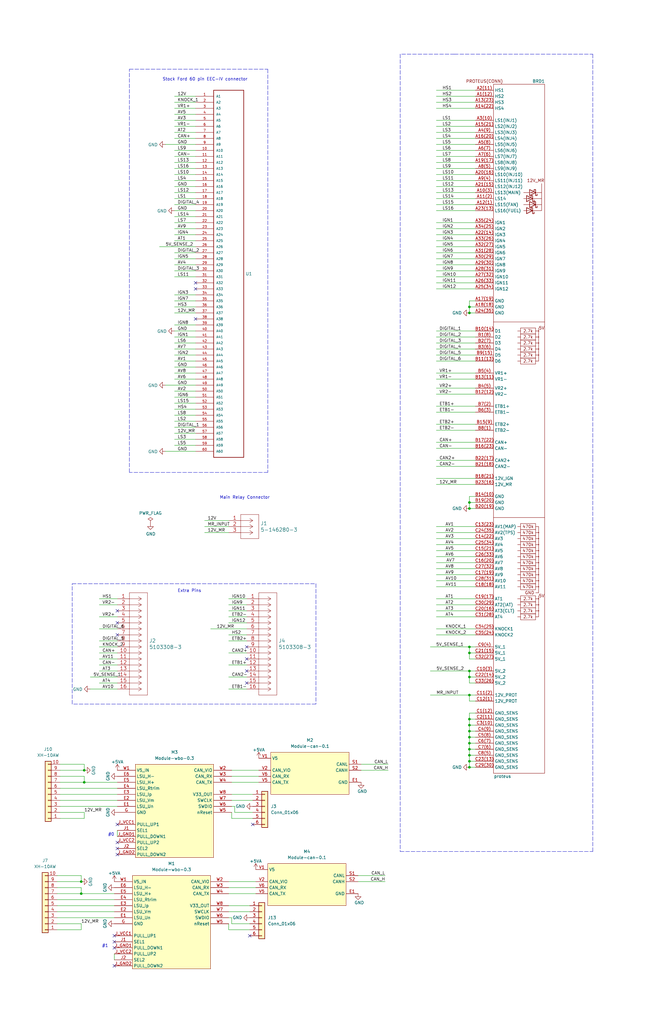
<source format=kicad_sch>
(kicad_sch (version 20211123) (generator eeschema)
  (paper "B" portrait)
  (title_block (title "Breakout_60pin_EEC-IV") (date "2020-06-01") (rev "R0.1") (company "rusEFI.com") (comment 1 "DAECU"))
  (lib_symbols
    (symbol "2021-01-05_17-15-10:5103308-3" (pin_names (offset 0.254) hide)
      (property "Reference" "J" (at 8.89 6.35 0))
      (property "Value" "2021-01-05_17-15-10_5103308-3" (at 10.16 -20.32 0))
      (symbol "5103308-3_1_1"
        (pin bidirectional line (at 0 0 0) (length 5.08) (name "1") (number "1"))
        (pin bidirectional line (at 0 -22.86 0) (length 5.08) (name "10") (number "10"))
        (pin bidirectional line (at 0 -25.4 0) (length 5.08) (name "11") (number "11"))
        (pin bidirectional line (at 0 -27.94 0) (length 5.08) (name "12") (number "12"))
        (pin bidirectional line (at 0 -30.48 0) (length 5.08) (name "13") (number "13"))
        (pin bidirectional line (at 0 -33.02 0) (length 5.08) (name "14") (number "14"))
        (pin bidirectional line (at 0 -35.56 0) (length 5.08) (name "15") (number "15"))
        (pin bidirectional line (at 0 -38.1 0) (length 5.08) (name "16") (number "16"))
        (pin bidirectional line (at 0 -2.54 0) (length 5.08) (name "2") (number "2"))
        (pin bidirectional line (at 0 -5.08 0) (length 5.08) (name "3") (number "3"))
        (pin bidirectional line (at 0 -7.62 0) (length 5.08) (name "4") (number "4"))
        (pin bidirectional line (at 0 -10.16 0) (length 5.08) (name "5") (number "5"))
        (pin bidirectional line (at 0 -12.7 0) (length 5.08) (name "6") (number "6"))
        (pin bidirectional line (at 0 -15.24 0) (length 5.08) (name "7") (number "7"))
        (pin bidirectional line (at 0 -17.78 0) (length 5.08) (name "8") (number "8"))
        (pin bidirectional line (at 0 -20.32 0) (length 5.08) (name "9") (number "9"))
      )
    )
    (symbol "5-146280-3:5-146280-3" (pin_names (offset 0.254) hide)
      (property "Reference" "J" (at 8.89 6.35 0))
      (property "Value" "5-146280-3_5-146280-3" (at 10.16 -2.54 0))
      (symbol "5-146280-3_1_1"
        (pin unspecified line (at 0 0 0) (length 5.08) (name "1") (number "1"))
        (pin unspecified line (at 0 -2.54 0) (length 5.08) (name "2") (number "2"))
        (pin unspecified line (at 0 -5.08 0) (length 5.08) (name "3") (number "3"))
      )
    )
    (symbol "Connector_Generic:Conn_01x06" (pin_names (offset 1.016) hide)
      (property "Reference" "J" (at 0 7.62 0))
      (property "Value" "Conn_01x06" (at 0 -10.16 0))
      (symbol "Conn_01x06_1_1"
        (pin passive line (at -5.08 5.08 0) (length 3.81) (name "Pin_1") (number "1"))
        (pin passive line (at -5.08 2.54 0) (length 3.81) (name "Pin_2") (number "2"))
        (pin passive line (at -5.08 0 0) (length 3.81) (name "Pin_3") (number "3"))
        (pin passive line (at -5.08 -2.54 0) (length 3.81) (name "Pin_4") (number "4"))
        (pin passive line (at -5.08 -5.08 0) (length 3.81) (name "Pin_5") (number "5"))
        (pin passive line (at -5.08 -7.62 0) (length 3.81) (name "Pin_6") (number "6"))
      )
    )
    (symbol "Connector_Generic:Conn_01x10" (pin_names (offset 1.016) hide)
      (property "Reference" "J" (at 0 12.7 0))
      (property "Value" "Conn_01x10" (at 0 -15.24 0))
      (symbol "Conn_01x10_1_1"
        (pin passive line (at -5.08 10.16 0) (length 3.81) (name "Pin_1") (number "1"))
        (pin passive line (at -5.08 -12.7 0) (length 3.81) (name "Pin_10") (number "10"))
        (pin passive line (at -5.08 7.62 0) (length 3.81) (name "Pin_2") (number "2"))
        (pin passive line (at -5.08 5.08 0) (length 3.81) (name "Pin_3") (number "3"))
        (pin passive line (at -5.08 2.54 0) (length 3.81) (name "Pin_4") (number "4"))
        (pin passive line (at -5.08 0 0) (length 3.81) (name "Pin_5") (number "5"))
        (pin passive line (at -5.08 -2.54 0) (length 3.81) (name "Pin_6") (number "6"))
        (pin passive line (at -5.08 -5.08 0) (length 3.81) (name "Pin_7") (number "7"))
        (pin passive line (at -5.08 -7.62 0) (length 3.81) (name "Pin_8") (number "8"))
        (pin passive line (at -5.08 -10.16 0) (length 3.81) (name "Pin_9") (number "9"))
      )
    )
    (symbol "FORD60PIN:FORD60PIN" (pin_names (offset 1.016))
      (property "Reference" "U" (at 7.62 66.294 0))
      (symbol "FORD60PIN_0_0"
        (pin bidirectional line (at 0 63.5 0) (length 7.62) (name "A1") (number "1"))
        (pin bidirectional line (at 0 40.64 0) (length 7.62) (name "A10") (number "10"))
        (pin bidirectional line (at 0 38.1 0) (length 7.62) (name "A11") (number "11"))
        (pin bidirectional line (at 0 35.56 0) (length 7.62) (name "A12") (number "12"))
        (pin bidirectional line (at 0 33.02 0) (length 7.62) (name "A13") (number "13"))
        (pin bidirectional line (at 0 30.48 0) (length 7.62) (name "A14") (number "14"))
        (pin bidirectional line (at 0 27.94 0) (length 7.62) (name "A15") (number "15"))
        (pin bidirectional line (at 0 25.4 0) (length 7.62) (name "A16") (number "16"))
        (pin bidirectional line (at 0 22.86 0) (length 7.62) (name "A17") (number "17"))
        (pin bidirectional line (at 0 20.32 0) (length 7.62) (name "A18") (number "18"))
        (pin bidirectional line (at 0 17.78 0) (length 7.62) (name "A19") (number "19"))
        (pin bidirectional line (at 0 60.96 0) (length 7.62) (name "A2") (number "2"))
        (pin bidirectional line (at 0 15.24 0) (length 7.62) (name "A20") (number "20"))
        (pin bidirectional line (at 0 12.7 0) (length 7.62) (name "A21") (number "21"))
        (pin bidirectional line (at 0 10.16 0) (length 7.62) (name "A22") (number "22"))
        (pin bidirectional line (at 0 7.62 0) (length 7.62) (name "A23") (number "23"))
        (pin bidirectional line (at 0 5.08 0) (length 7.62) (name "A24") (number "24"))
        (pin bidirectional line (at 0 2.54 0) (length 7.62) (name "A25") (number "25"))
        (pin bidirectional line (at 0 0 0) (length 7.62) (name "A26") (number "26"))
        (pin bidirectional line (at 0 -2.54 0) (length 7.62) (name "A27") (number "27"))
        (pin bidirectional line (at 0 -5.08 0) (length 7.62) (name "A28") (number "28"))
        (pin bidirectional line (at 0 -7.62 0) (length 7.62) (name "A29") (number "29"))
        (pin bidirectional line (at 0 58.42 0) (length 7.62) (name "A3") (number "3"))
        (pin bidirectional line (at 0 -10.16 0) (length 7.62) (name "A30") (number "30"))
        (pin bidirectional line (at 0 -12.7 0) (length 7.62) (name "A31") (number "31"))
        (pin bidirectional line (at 0 -15.24 0) (length 7.62) (name "A32") (number "32"))
        (pin bidirectional line (at 0 -17.78 0) (length 7.62) (name "A33") (number "33"))
        (pin bidirectional line (at 0 -20.32 0) (length 7.62) (name "A34") (number "34"))
        (pin bidirectional line (at 0 -22.86 0) (length 7.62) (name "A35") (number "35"))
        (pin bidirectional line (at 0 -25.4 0) (length 7.62) (name "A36") (number "36"))
        (pin bidirectional line (at 0 -27.94 0) (length 7.62) (name "A37") (number "37"))
        (pin bidirectional line (at 0 -30.48 0) (length 7.62) (name "A38") (number "38"))
        (pin bidirectional line (at 0 -33.02 0) (length 7.62) (name "A39") (number "39"))
        (pin bidirectional line (at 0 55.88 0) (length 7.62) (name "A4") (number "4"))
        (pin bidirectional line (at 0 -35.56 0) (length 7.62) (name "A40") (number "40"))
        (pin bidirectional line (at 0 -38.1 0) (length 7.62) (name "A41") (number "41"))
        (pin bidirectional line (at 0 -40.64 0) (length 7.62) (name "A42") (number "42"))
        (pin bidirectional line (at 0 -43.18 0) (length 7.62) (name "A43") (number "43"))
        (pin bidirectional line (at 0 -45.72 0) (length 7.62) (name "A44") (number "44"))
        (pin bidirectional line (at 0 -48.26 0) (length 7.62) (name "A45") (number "45"))
        (pin bidirectional line (at 0 -50.8 0) (length 7.62) (name "A46") (number "46"))
        (pin bidirectional line (at 0 -53.34 0) (length 7.62) (name "A47") (number "47"))
        (pin bidirectional line (at 0 -55.88 0) (length 7.62) (name "A48") (number "48"))
        (pin bidirectional line (at 0 -58.42 0) (length 7.62) (name "A49") (number "49"))
        (pin bidirectional line (at 0 53.34 0) (length 7.62) (name "A5") (number "5"))
        (pin bidirectional line (at 0 -60.96 0) (length 7.62) (name "A50") (number "50"))
        (pin bidirectional line (at 0 -63.5 0) (length 7.62) (name "A51") (number "51"))
        (pin bidirectional line (at 0 -66.04 0) (length 7.62) (name "A52") (number "52"))
        (pin bidirectional line (at 0 -68.58 0) (length 7.62) (name "A53") (number "53"))
        (pin bidirectional line (at 0 -71.12 0) (length 7.62) (name "A54") (number "54"))
        (pin bidirectional line (at 0 -73.66 0) (length 7.62) (name "A55") (number "55"))
        (pin bidirectional line (at 0 -76.2 0) (length 7.62) (name "A56") (number "56"))
        (pin bidirectional line (at 0 -78.74 0) (length 7.62) (name "A57") (number "57"))
        (pin bidirectional line (at 0 -81.28 0) (length 7.62) (name "A58") (number "58"))
        (pin bidirectional line (at 0 -83.82 0) (length 7.62) (name "A59") (number "59"))
        (pin bidirectional line (at 0 50.8 0) (length 7.62) (name "A6") (number "6"))
        (pin bidirectional line (at 0 -86.36 0) (length 7.62) (name "A60") (number "60"))
        (pin bidirectional line (at 0 48.26 0) (length 7.62) (name "A7") (number "7"))
        (pin bidirectional line (at 0 45.72 0) (length 7.62) (name "A8") (number "8"))
        (pin bidirectional line (at 0 43.18 0) (length 7.62) (name "A9") (number "9"))
      )
    )
    (symbol "hellen-one-can-0.1:Module-can-0.1"
      (property "Reference" "M" (at 0 0 0))
      (property "Value" "Module-can-0.1" (at 0 0 0))
      (symbol "Module-can-0.1_1_0"
        (pin passive line (at 38.1 -12.7 180) (length 5.08) (name "GND") (number "E1"))
        (pin passive line (at 38.1 -5.08 180) (length 5.08) (name "CANL") (number "S1"))
        (pin passive line (at 38.1 -7.62 180) (length 5.08) (name "CANH") (number "S2"))
        (pin passive line (at -5.08 -2.54 0) (length 5.08) (name "V5") (number "V1"))
        (pin passive line (at -5.08 -7.62 0) (length 5.08) (name "CAN_VIO") (number "V2"))
        (pin passive line (at -5.08 -12.7 0) (length 5.08) (name "CAN_TX") (number "V5"))
        (pin passive line (at -5.08 -10.16 0) (length 5.08) (name "CAN_RX") (number "V6"))
      )
    )
    (symbol "hellen-one-wbo-0.3:Module-wbo-0.3"
      (property "Reference" "M" (at 1.27 1.27 0))
      (property "Value" "Module-wbo-0.3" (at 8.89 -40.64 0))
      (symbol "Module-wbo-0.3_1_0"
        (pin passive line (at 40.64 -17.78 180) (length 7.62) (name "LSU_Un") (number "E1"))
        (pin passive line (at 40.64 -15.24 180) (length 7.62) (name "LSU_Vm") (number "E2"))
        (pin passive line (at 40.64 -12.7 180) (length 7.62) (name "LSU_Ip") (number "E3"))
        (pin passive line (at 40.64 -10.16 180) (length 7.62) (name "LSU_Rtrim") (number "E4"))
        (pin passive line (at 40.64 -7.62 180) (length 7.62) (name "LSU_H+") (number "E5"))
        (pin passive line (at 40.64 -5.08 180) (length 7.62) (name "LSU_H-") (number "E6"))
        (pin passive line (at 40.64 -20.32 180) (length 7.62) (name "GND") (number "G"))
        (pin passive line (at 40.64 -27.94 180) (length 7.62) (name "SEL1") (number "J1"))
        (pin passive line (at 40.64 -35.56 180) (length 7.62) (name "SEL2") (number "J2"))
        (pin passive line (at 40.64 -30.48 180) (length 7.62) (name "PULL_DOWN1") (number "J_GND1"))
        (pin passive line (at 40.64 -38.1 180) (length 7.62) (name "PULL_DOWN2") (number "J_GND2"))
        (pin passive line (at 40.64 -25.4 180) (length 7.62) (name "PULL_UP1") (number "J_VCC1"))
        (pin passive line (at 40.64 -33.02 180) (length 7.62) (name "PULL_UP2") (number "J_VCC2"))
        (pin passive line (at 40.64 -2.54 180) (length 7.62) (name "V5_IN") (number "W1"))
        (pin passive line (at -7.62 -2.54 0) (length 7.62) (name "CAN_VIO") (number "W2"))
        (pin passive line (at -7.62 -5.08 0) (length 7.62) (name "CAN_RX") (number "W3"))
        (pin passive line (at -7.62 -7.62 0) (length 7.62) (name "CAN_TX") (number "W4"))
        (pin passive line (at -7.62 -20.32 0) (length 7.62) (name "nReset") (number "W5"))
        (pin passive line (at -7.62 -17.78 0) (length 7.62) (name "SWDIO") (number "W6"))
        (pin passive line (at -7.62 -15.24 0) (length 7.62) (name "SWCLK") (number "W7"))
        (pin passive line (at -7.62 -12.7 0) (length 7.62) (name "V33_OUT") (number "W8"))
      )
    )
    (symbol "power:+5VA" (power) (pin_names (offset 0))
      (property "Value" "+5VA" (at 0 3.556 0))
      (symbol "+5VA_1_1"
        (pin power_in line (at 0 0 90) (length 0) hide (name "+5VA") (number "1"))
      )
    )
    (symbol "power:GND" (power) (pin_names (offset 0))
      (property "Value" "GND" (at 0 -3.81 0))
      (symbol "GND_1_1"
        (pin power_in line (at 0 0 270) (length 0) hide (name "GND") (number "1"))
      )
    )
    (symbol "power:PWR_FLAG" (power) (pin_numbers hide) (pin_names (offset 0) hide)
      (property "Value" "PWR_FLAG" (at 0 3.81 0))
      (symbol "PWR_FLAG_0_0"
        (pin power_out line (at 0 0 90) (length 0) (name "pwr") (number "1"))
      )
    )
    (symbol "proteus:proteus"
      (property "Reference" "BRD" (at 19.05 1.27 0))
      (property "Value" "proteus" (at 3.81 -292.1 0))
      (symbol "proteus_0_0"
        (text "12V_MR" (at 17.78 -40.64 0) (effects (font (size 1.27 1.27))))
        (text "2.7k" (at 14.605 -224.79 0) (effects (font (size 1.27 1.27))))
        (text "2.7k" (at 14.605 -222.25 0) (effects (font (size 1.27 1.27))))
        (text "2.7k" (at 14.605 -219.71 0) (effects (font (size 1.27 1.27))))
        (text "2.7k" (at 14.605 -217.17 0) (effects (font (size 1.27 1.27))))
        (text "2.7k" (at 14.605 -116.84 0) (effects (font (size 1.27 1.27))))
        (text "2.7k" (at 14.605 -114.3 0) (effects (font (size 1.27 1.27))))
        (text "2.7k" (at 14.605 -111.76 0) (effects (font (size 1.27 1.27))))
        (text "2.7k" (at 14.605 -109.22 0) (effects (font (size 1.27 1.27))))
        (text "2.7k" (at 14.605 -106.68 0) (effects (font (size 1.27 1.27))))
        (text "2.7k" (at 14.605 -104.14 0) (effects (font (size 1.27 1.27))))
        (text "470k" (at 14.605 -212.09 0) (effects (font (size 1.27 1.27))))
        (text "470k" (at 14.605 -209.55 0) (effects (font (size 1.27 1.27))))
        (text "470k" (at 14.605 -207.01 0) (effects (font (size 1.27 1.27))))
        (text "470k" (at 14.605 -204.47 0) (effects (font (size 1.27 1.27))))
        (text "470k" (at 14.605 -201.93 0) (effects (font (size 1.27 1.27))))
        (text "470k" (at 14.605 -199.39 0) (effects (font (size 1.27 1.27))))
        (text "470k" (at 14.605 -196.85 0) (effects (font (size 1.27 1.27))))
        (text "470k" (at 14.605 -194.31 0) (effects (font (size 1.27 1.27))))
        (text "470k" (at 14.605 -191.77 0) (effects (font (size 1.27 1.27))))
        (text "470k" (at 14.605 -189.23 0) (effects (font (size 1.27 1.27))))
        (text "470k" (at 14.605 -186.69 0) (effects (font (size 1.27 1.27))))
        (text "5V" (at 20.32 -215.9 0) (effects (font (size 1.27 1.27))))
        (text "5V" (at 20.32 -102.87 0) (effects (font (size 1.27 1.27))))
        (text "GND" (at 15.24 -214.63 0) (effects (font (size 1.27 1.27))))
        (text "PROTEUS(CONN)" (at -3.81 1.27 0) (effects (font (size 1.27 1.27))))
      )
      (symbol "proteus_1_0"
        (text " DNP" (at 13.97 -48.26 0) (effects (font (size 0.4 0.4)) (justify left)))
        (text " DNP" (at 15.24 -45.72 0) (effects (font (size 0.4 0.4)) (justify left)))
      )
      (symbol "proteus_1_1"
        (pin passive line (at -7.62 -5.08 0) (length 7.62) (name "HS2") (number "A1(12)"))
        (pin passive line (at -7.62 -45.72 0) (length 7.62) (name "LS13(MAIN)") (number "A10(3)"))
        (pin passive line (at -7.62 -48.26 0) (length 7.62) (name "LS14") (number "A11(2)"))
        (pin passive line (at -7.62 -50.8 0) (length 7.62) (name "LS15(FAN)") (number "A12(1)"))
        (pin passive line (at -7.62 -7.62 0) (length 7.62) (name "HS3") (number "A13(23)"))
        (pin passive line (at -7.62 -10.16 0) (length 7.62) (name "HS4") (number "A14(22)"))
        (pin passive line (at -7.62 -17.78 0) (length 7.62) (name "LS2(INJ2)") (number "A15(21)"))
        (pin passive line (at -7.62 -22.86 0) (length 7.62) (name "LS4(INJ4)") (number "A16(20)"))
        (pin passive line (at -7.62 -91.44 0) (length 7.62) (name "GND") (number "A17(19)"))
        (pin passive line (at -7.62 -93.98 0) (length 7.62) (name "GND") (number "A18(18)"))
        (pin passive line (at -7.62 -33.02 0) (length 7.62) (name "LS8(INJ8)") (number "A19(17)"))
        (pin passive line (at -7.62 -2.54 0) (length 7.62) (name "HS1") (number "A2(11)"))
        (pin passive line (at -7.62 -38.1 0) (length 7.62) (name "LS10(INJ10)") (number "A20(16)"))
        (pin passive line (at -7.62 -43.18 0) (length 7.62) (name "LS12(INJ12)") (number "A21(15)"))
        (pin passive line (at -7.62 -63.5 0) (length 7.62) (name "IGN3") (number "A22(14)"))
        (pin passive line (at -7.62 -53.34 0) (length 7.62) (name "LS16(FUEL)") (number "A23(13)"))
        (pin passive line (at -7.62 -96.52 0) (length 7.62) (name "GND") (number "A24(35)"))
        (pin passive line (at -7.62 -86.36 0) (length 7.62) (name "IGN12") (number "A25(34)"))
        (pin passive line (at -7.62 -83.82 0) (length 7.62) (name "IGN11") (number "A26(33)"))
        (pin passive line (at -7.62 -81.28 0) (length 7.62) (name "IGN10") (number "A27(32)"))
        (pin passive line (at -7.62 -78.74 0) (length 7.62) (name "IGN9") (number "A28(31)"))
        (pin passive line (at -7.62 -76.2 0) (length 7.62) (name "IGN8") (number "A29(30)"))
        (pin passive line (at -7.62 -15.24 0) (length 7.62) (name "LS1(INJ1)") (number "A3(10)"))
        (pin passive line (at -7.62 -73.66 0) (length 7.62) (name "IGN7") (number "A30(29)"))
        (pin passive line (at -7.62 -71.12 0) (length 7.62) (name "IGN6") (number "A31(28)"))
        (pin passive line (at -7.62 -68.58 0) (length 7.62) (name "IGN5") (number "A32(27)"))
        (pin passive line (at -7.62 -66.04 0) (length 7.62) (name "IGN4") (number "A33(26)"))
        (pin passive line (at -7.62 -60.96 0) (length 7.62) (name "IGN2") (number "A34(25)"))
        (pin passive line (at -7.62 -58.42 0) (length 7.62) (name "IGN1") (number "A35(24)"))
        (pin passive line (at -7.62 -20.32 0) (length 7.62) (name "LS3(INJ3)") (number "A4(9)"))
        (pin passive line (at -7.62 -25.4 0) (length 7.62) (name "LS5(INJ5)") (number "A5(8)"))
        (pin passive line (at -7.62 -27.94 0) (length 7.62) (name "LS6(INJ6)") (number "A6(7)"))
        (pin passive line (at -7.62 -30.48 0) (length 7.62) (name "LS7(INJ7)") (number "A7(6)"))
        (pin passive line (at -7.62 -35.56 0) (length 7.62) (name "LS9(INJ9)") (number "A8(5)"))
        (pin passive line (at -7.62 -40.64 0) (length 7.62) (name "LS11(INJ11)") (number "A9(4)"))
        (pin passive line (at -7.62 -106.68 0) (length 7.62) (name "D2") (number "B1(8)"))
        (pin passive line (at -7.62 -104.14 0) (length 7.62) (name "D1") (number "B10(14)"))
        (pin passive line (at -7.62 -116.84 0) (length 7.62) (name "D6") (number "B11(13)"))
        (pin passive line (at -7.62 -130.81 0) (length 7.62) (name "VR2-") (number "B12(12)"))
        (pin passive line (at -7.62 -124.46 0) (length 7.62) (name "VR1-") (number "B13(11)"))
        (pin passive line (at -7.62 -173.99 0) (length 7.62) (name "GND") (number "B14(10)"))
        (pin passive line (at -7.62 -143.51 0) (length 7.62) (name "ETB2+") (number "B15(9)"))
        (pin passive line (at -7.62 -153.67 0) (length 7.62) (name "CAN-") (number "B16(23)"))
        (pin passive line (at -7.62 -151.13 0) (length 7.62) (name "CAN+") (number "B17(22)"))
        (pin passive line (at -7.62 -166.37 0) (length 7.62) (name "12V_IGN") (number "B18(21)"))
        (pin passive line (at -7.62 -176.53 0) (length 7.62) (name "GND") (number "B19(20)"))
        (pin passive line (at -7.62 -109.22 0) (length 7.62) (name "D3") (number "B2(7)"))
        (pin passive line (at -7.62 -179.07 0) (length 7.62) (name "GND") (number "B20(19)"))
        (pin passive line (at -7.62 -161.29 0) (length 7.62) (name "CAN2-") (number "B21(18)"))
        (pin passive line (at -7.62 -158.75 0) (length 7.62) (name "CAN2+") (number "B22(17)"))
        (pin passive line (at -7.62 -168.91 0) (length 7.62) (name "12V_MR") (number "B23(16)"))
        (pin passive line (at -7.62 -111.76 0) (length 7.62) (name "D4") (number "B3(6)"))
        (pin passive line (at -7.62 -128.27 0) (length 7.62) (name "VR2+") (number "B4(5)"))
        (pin passive line (at -7.62 -121.92 0) (length 7.62) (name "VR1+") (number "B5(4)"))
        (pin passive line (at -7.62 -138.43 0) (length 7.62) (name "ETB1-") (number "B6(3)"))
        (pin passive line (at -7.62 -135.89 0) (length 7.62) (name "ETB1+") (number "B7(2)"))
        (pin passive line (at -7.62 -146.05 0) (length 7.62) (name "ETB2-") (number "B8(1)"))
        (pin passive line (at -7.62 -114.3 0) (length 7.62) (name "D5") (number "B9(15)"))
        (pin passive line (at -7.62 -265.43 0) (length 7.62) (name "GND_SENS") (number "C1(12)"))
        (pin passive line (at -7.62 -247.65 0) (length 7.62) (name "5V_2") (number "C10(3)"))
        (pin passive line (at -7.62 -257.81 0) (length 7.62) (name "12V_PROT") (number "C11(2)"))
        (pin passive line (at -7.62 -260.35 0) (length 7.62) (name "12V_PROT") (number "C12(1)"))
        (pin passive line (at -7.62 -186.69 0) (length 7.62) (name "AV1(MAP)") (number "C13(23)"))
        (pin passive line (at -7.62 -191.77 0) (length 7.62) (name "AV3") (number "C14(22)"))
        (pin passive line (at -7.62 -196.85 0) (length 7.62) (name "AV5") (number "C15(21)"))
        (pin passive line (at -7.62 -201.93 0) (length 7.62) (name "AV7") (number "C16(20)"))
        (pin passive line (at -7.62 -207.01 0) (length 7.62) (name "AV9") (number "C17(19)"))
        (pin passive line (at -7.62 -212.09 0) (length 7.62) (name "AV11") (number "C18(18)"))
        (pin passive line (at -7.62 -217.17 0) (length 7.62) (name "AT1") (number "C19(17)"))
        (pin passive line (at -7.62 -267.97 0) (length 7.62) (name "GND_SENS") (number "C2(11)"))
        (pin passive line (at -7.62 -222.25 0) (length 7.62) (name "AT3(CLT)") (number "C20(16)"))
        (pin passive line (at -7.62 -240.03 0) (length 7.62) (name "5V_1") (number "C21(15)"))
        (pin passive line (at -7.62 -250.19 0) (length 7.62) (name "5V_2") (number "C22(14)"))
        (pin passive line (at -7.62 -285.75 0) (length 7.62) (name "GND_SENS") (number "C23(13)"))
        (pin passive line (at -7.62 -189.23 0) (length 7.62) (name "AV2(TPS)") (number "C24(35)"))
        (pin passive line (at -7.62 -194.31 0) (length 7.62) (name "AV4") (number "C25(34)"))
        (pin passive line (at -7.62 -199.39 0) (length 7.62) (name "AV6") (number "C26(33)"))
        (pin passive line (at -7.62 -204.47 0) (length 7.62) (name "AV8") (number "C27(32)"))
        (pin passive line (at -7.62 -209.55 0) (length 7.62) (name "AV10") (number "C28(31)"))
        (pin passive line (at -7.62 -288.29 0) (length 7.62) (name "GND_SENS") (number "C29(30)"))
        (pin passive line (at -7.62 -270.51 0) (length 7.62) (name "GND_SENS") (number "C3(10)"))
        (pin passive line (at -7.62 -219.71 0) (length 7.62) (name "AT2(IAT)") (number "C30(29)"))
        (pin passive line (at -7.62 -224.79 0) (length 7.62) (name "AT4") (number "C31(28)"))
        (pin passive line (at -7.62 -242.57 0) (length 7.62) (name "5V_1") (number "C32(27)"))
        (pin passive line (at -7.62 -252.73 0) (length 7.62) (name "5V_2") (number "C33(26)"))
        (pin passive line (at -7.62 -229.87 0) (length 7.62) (name "KNOCK1") (number "C34(25)"))
        (pin passive line (at -7.62 -232.41 0) (length 7.62) (name "KNOCK2") (number "C35(24)"))
        (pin passive line (at -7.62 -273.05 0) (length 7.62) (name "GND_SENS") (number "C4(9)"))
        (pin passive line (at -7.62 -275.59 0) (length 7.62) (name "GND_SENS") (number "C5(8)"))
        (pin passive line (at -7.62 -278.13 0) (length 7.62) (name "GND_SENS") (number "C6(7)"))
        (pin passive line (at -7.62 -280.67 0) (length 7.62) (name "GND_SENS") (number "C7(6)"))
        (pin passive line (at -7.62 -283.21 0) (length 7.62) (name "GND_SENS") (number "C8(5)"))
        (pin passive line (at -7.62 -237.49 0) (length 7.62) (name "5V_1") (number "C9(4)"))
      )
    )
  )
  (junction (at 198.12 129.54))
  (junction (at 198.12 273.05))
  (junction (at 198.12 323.85))
  (junction (at 198.12 214.63))
  (junction (at 198.12 318.77))
  (junction (at 198.12 132.08))
  (junction (at 198.12 321.31))
  (junction (at 198.12 283.21))
  (junction (at 198.12 275.59))
  (junction (at 198.12 313.69))
  (junction (at 34.29 372.11))
  (junction (at 35.56 325.12))
  (junction (at 198.12 306.07))
  (junction (at 198.12 303.53))
  (junction (at 198.12 212.09))
  (junction (at 35.56 330.2))
  (junction (at 198.12 311.15))
  (junction (at 198.12 308.61))
  (junction (at 198.12 316.23))
  (junction (at 198.12 285.75))
  (junction (at 198.12 293.37))
  (junction (at 34.29 377.19))
  (no_connect (at 48.26 397.51))
  (no_connect (at 105.41 394.97))
  (no_connect (at 49.53 355.6))
  (no_connect (at 49.53 257.81))
  (no_connect (at 82.55 134.62))
  (no_connect (at 49.53 267.97))
  (no_connect (at 104.14 288.29))
  (no_connect (at 48.26 400.05))
  (no_connect (at 104.14 278.13))
  (no_connect (at 104.14 273.05))
  (no_connect (at 104.14 283.21))
  (no_connect (at 49.53 347.98))
  (no_connect (at 106.68 347.98))
  (no_connect (at 48.26 407.67))
  (no_connect (at 82.55 119.38))
  (no_connect (at 49.53 358.14))
  (no_connect (at 49.53 360.68))
  (no_connect (at 82.55 121.92))
  (no_connect (at 48.26 394.97))
  (no_connect (at 49.53 262.89))
  (wire (pts (xy 49.53 280.67) (xy 41.91 280.67)))
  (wire (pts (xy 49.53 265.43) (xy 41.91 265.43)))
  (wire (pts (xy 104.14 270.51) (xy 96.52 270.51)))
  (wire (pts (xy 198.12 303.53) (xy 200.66 303.53)))
  (wire (pts (xy 82.55 175.26) (xy 73.66 175.26)))
  (wire (pts (xy 82.55 154.94) (xy 73.66 154.94)))
  (wire (pts (xy 184.15 121.92) (xy 200.66 121.92)))
  (wire (pts (xy 198.12 212.09) (xy 200.66 212.09)))
  (polyline (pts (xy 250.19 22.86) (xy 250.19 193.04)))
  (wire (pts (xy 184.15 242.57) (xy 200.66 242.57)))
  (wire (pts (xy 24.13 372.11) (xy 34.29 372.11)))
  (wire (pts (xy 97.79 345.44) (xy 106.68 345.44)))
  (wire (pts (xy 25.4 330.2) (xy 35.56 330.2)))
  (wire (pts (xy 184.15 267.97) (xy 200.66 267.97)))
  (wire (pts (xy 82.55 170.18) (xy 73.66 170.18)))
  (wire (pts (xy 198.12 295.91) (xy 200.66 295.91)))
  (wire (pts (xy 82.55 149.86) (xy 73.66 149.86)))
  (wire (pts (xy 184.15 247.65) (xy 200.66 247.65)))
  (wire (pts (xy 82.55 187.96) (xy 73.66 187.96)))
  (wire (pts (xy 184.15 111.76) (xy 200.66 111.76)))
  (wire (pts (xy 24.13 384.81) (xy 48.26 384.81)))
  (wire (pts (xy 198.12 308.61) (xy 198.12 311.15)))
  (wire (pts (xy 198.12 293.37) (xy 198.12 295.91)))
  (wire (pts (xy 41.91 270.51) (xy 49.53 270.51)))
  (wire (pts (xy 184.15 109.22) (xy 200.66 109.22)))
  (wire (pts (xy 97.79 325.12) (xy 109.22 325.12)))
  (wire (pts (xy 184.15 166.37) (xy 200.66 166.37)))
  (wire (pts (xy 184.15 43.18) (xy 200.66 43.18)))
  (wire (pts (xy 96.52 384.81) (xy 105.41 384.81)))
  (wire (pts (xy 184.15 139.7) (xy 200.66 139.7)))
  (wire (pts (xy 82.55 81.28) (xy 73.66 81.28)))
  (wire (pts (xy 198.12 212.09) (xy 198.12 214.63)))
  (wire (pts (xy 184.15 119.38) (xy 200.66 119.38)))
  (wire (pts (xy 24.13 389.89) (xy 34.29 389.89)))
  (wire (pts (xy 198.12 129.54) (xy 198.12 132.08)))
  (wire (pts (xy 82.55 144.78) (xy 73.66 144.78)))
  (wire (pts (xy 184.15 40.64) (xy 200.66 40.64)))
  (wire (pts (xy 184.15 86.36) (xy 200.66 86.36)))
  (wire (pts (xy 184.15 66.04) (xy 200.66 66.04)))
  (wire (pts (xy 184.15 50.8) (xy 200.66 50.8)))
  (wire (pts (xy 69.85 60.96) (xy 82.55 60.96)))
  (wire (pts (xy 35.56 342.9) (xy 35.56 345.44)))
  (wire (pts (xy 198.12 313.69) (xy 198.12 316.23)))
  (wire (pts (xy 97.79 389.89) (xy 105.41 389.89)))
  (wire (pts (xy 104.14 290.83) (xy 96.52 290.83)))
  (wire (pts (xy 184.15 245.11) (xy 200.66 245.11)))
  (wire (pts (xy 184.15 144.78) (xy 200.66 144.78)))
  (wire (pts (xy 184.15 96.52) (xy 200.66 96.52)))
  (wire (pts (xy 69.85 190.5) (xy 82.55 190.5)))
  (wire (pts (xy 198.12 275.59) (xy 200.66 275.59)))
  (wire (pts (xy 198.12 318.77) (xy 200.66 318.77)))
  (wire (pts (xy 82.55 106.68) (xy 73.66 106.68)))
  (wire (pts (xy 184.15 204.47) (xy 200.66 204.47)))
  (wire (pts (xy 69.85 162.56) (xy 82.55 162.56)))
  (wire (pts (xy 184.15 142.24) (xy 200.66 142.24)))
  (wire (pts (xy 82.55 152.4) (xy 73.66 152.4)))
  (wire (pts (xy 82.55 83.82) (xy 73.66 83.82)))
  (wire (pts (xy 104.14 255.27) (xy 96.52 255.27)))
  (wire (pts (xy 49.53 283.21) (xy 41.91 283.21)))
  (wire (pts (xy 25.4 345.44) (xy 35.56 345.44)))
  (wire (pts (xy 24.13 382.27) (xy 48.26 382.27)))
  (polyline (pts (xy 168.91 22.86) (xy 168.91 359.41)))
  (wire (pts (xy 49.53 273.05) (xy 41.91 273.05)))
  (wire (pts (xy 82.55 55.88) (xy 73.66 55.88)))
  (wire (pts (xy 184.15 81.28) (xy 200.66 81.28)))
  (wire (pts (xy 184.15 60.96) (xy 200.66 60.96)))
  (wire (pts (xy 198.12 293.37) (xy 200.66 293.37)))
  (wire (pts (xy 198.12 311.15) (xy 198.12 313.69)))
  (wire (pts (xy 184.15 232.41) (xy 200.66 232.41)))
  (wire (pts (xy 82.55 114.3) (xy 73.66 114.3)))
  (wire (pts (xy 198.12 323.85) (xy 200.66 323.85)))
  (wire (pts (xy 184.15 152.4) (xy 200.66 152.4)))
  (wire (pts (xy 82.55 48.26) (xy 73.66 48.26)))
  (wire (pts (xy 82.55 165.1) (xy 73.66 165.1)))
  (wire (pts (xy 24.13 379.73) (xy 48.26 379.73)))
  (wire (pts (xy 82.55 157.48) (xy 73.66 157.48)))
  (wire (pts (xy 82.55 50.8) (xy 73.66 50.8)))
  (wire (pts (xy 82.55 93.98) (xy 73.66 93.98)))
  (wire (pts (xy 184.15 157.48) (xy 200.66 157.48)))
  (wire (pts (xy 184.15 171.45) (xy 200.66 171.45)))
  (wire (pts (xy 104.14 285.75) (xy 96.52 285.75)))
  (wire (pts (xy 184.15 68.58) (xy 200.66 68.58)))
  (wire (pts (xy 184.15 260.35) (xy 200.66 260.35)))
  (wire (pts (xy 24.13 392.43) (xy 34.29 392.43)))
  (wire (pts (xy 82.55 73.66) (xy 73.66 73.66)))
  (wire (pts (xy 82.55 172.72) (xy 73.66 172.72)))
  (wire (pts (xy 25.4 332.74) (xy 49.53 332.74)))
  (wire (pts (xy 96.52 224.79) (xy 86.36 224.79)))
  (wire (pts (xy 97.79 337.82) (xy 106.68 337.82)))
  (wire (pts (xy 67.31 104.14) (xy 82.55 104.14)))
  (wire (pts (xy 82.55 160.02) (xy 73.66 160.02)))
  (wire (pts (xy 184.15 255.27) (xy 200.66 255.27)))
  (wire (pts (xy 82.55 99.06) (xy 73.66 99.06)))
  (wire (pts (xy 82.55 139.7) (xy 73.66 139.7)))
  (wire (pts (xy 49.53 260.35) (xy 41.91 260.35)))
  (wire (pts (xy 35.56 322.58) (xy 35.56 325.12)))
  (wire (pts (xy 184.15 88.9) (xy 200.66 88.9)))
  (wire (pts (xy 184.15 229.87) (xy 200.66 229.87)))
  (wire (pts (xy 198.12 313.69) (xy 200.66 313.69)))
  (wire (pts (xy 184.15 63.5) (xy 200.66 63.5)))
  (wire (pts (xy 82.55 180.34) (xy 73.66 180.34)))
  (wire (pts (xy 82.55 40.64) (xy 73.66 40.64)))
  (wire (pts (xy 198.12 316.23) (xy 200.66 316.23)))
  (wire (pts (xy 198.12 283.21) (xy 198.12 285.75)))
  (wire (pts (xy 198.12 316.23) (xy 198.12 318.77)))
  (wire (pts (xy 104.14 260.35) (xy 96.52 260.35)))
  (polyline (pts (xy 250.19 359.41) (xy 250.19 193.04)))
  (wire (pts (xy 82.55 88.9) (xy 73.66 88.9)))
  (wire (pts (xy 48.26 402.59) (xy 48.26 405.13)))
  (wire (pts (xy 82.55 185.42) (xy 73.66 185.42)))
  (wire (pts (xy 152.4 325.12) (xy 163.83 325.12)))
  (wire (pts (xy 38.1 290.83) (xy 49.53 290.83)))
  (wire (pts (xy 198.12 318.77) (xy 198.12 321.31)))
  (wire (pts (xy 96.52 372.11) (xy 107.95 372.11)))
  (polyline (pts (xy 54.61 29.21) (xy 113.03 29.21)))
  (wire (pts (xy 97.79 330.2) (xy 109.22 330.2)))
  (wire (pts (xy 96.52 377.19) (xy 107.95 377.19)))
  (wire (pts (xy 184.15 73.66) (xy 200.66 73.66)))
  (wire (pts (xy 82.55 142.24) (xy 73.66 142.24)))
  (polyline (pts (xy 191.77 22.86) (xy 250.19 22.86)))
  (wire (pts (xy 82.55 137.16) (xy 73.66 137.16)))
  (wire (pts (xy 184.15 45.72) (xy 200.66 45.72)))
  (wire (pts (xy 82.55 91.44) (xy 73.66 91.44)))
  (wire (pts (xy 184.15 99.06) (xy 200.66 99.06)))
  (wire (pts (xy 184.15 106.68) (xy 200.66 106.68)))
  (wire (pts (xy 97.79 340.36) (xy 99.06 340.36)))
  (wire (pts (xy 181.61 273.05) (xy 198.12 273.05)))
  (polyline (pts (xy 30.48 246.38) (xy 133.35 246.38)))
  (wire (pts (xy 184.15 257.81) (xy 200.66 257.81)))
  (wire (pts (xy 97.79 342.9) (xy 97.79 345.44)))
  (wire (pts (xy 152.4 322.58) (xy 163.83 322.58)))
  (wire (pts (xy 96.52 387.35) (xy 97.79 387.35)))
  (wire (pts (xy 198.12 209.55) (xy 200.66 209.55)))
  (polyline (pts (xy 133.35 246.38) (xy 133.35 297.18)))
  (wire (pts (xy 198.12 321.31) (xy 198.12 323.85)))
  (wire (pts (xy 82.55 76.2) (xy 73.66 76.2)))
  (wire (pts (xy 24.13 387.35) (xy 48.26 387.35)))
  (wire (pts (xy 82.55 116.84) (xy 73.66 116.84)))
  (wire (pts (xy 184.15 116.84) (xy 200.66 116.84)))
  (wire (pts (xy 198.12 303.53) (xy 198.12 306.07)))
  (wire (pts (xy 184.15 189.23) (xy 200.66 189.23)))
  (wire (pts (xy 198.12 278.13) (xy 200.66 278.13)))
  (polyline (pts (xy 54.61 199.39) (xy 54.61 29.21)))
  (wire (pts (xy 198.12 308.61) (xy 200.66 308.61)))
  (wire (pts (xy 181.61 283.21) (xy 198.12 283.21)))
  (wire (pts (xy 82.55 182.88) (xy 73.66 182.88)))
  (wire (pts (xy 184.15 179.07) (xy 200.66 179.07)))
  (wire (pts (xy 184.15 240.03) (xy 200.66 240.03)))
  (wire (pts (xy 184.15 222.25) (xy 200.66 222.25)))
  (wire (pts (xy 49.53 278.13) (xy 41.91 278.13)))
  (wire (pts (xy 184.15 173.99) (xy 200.66 173.99)))
  (wire (pts (xy 184.15 181.61) (xy 200.66 181.61)))
  (wire (pts (xy 184.15 76.2) (xy 200.66 76.2)))
  (wire (pts (xy 82.55 53.34) (xy 73.66 53.34)))
  (wire (pts (xy 82.55 45.72) (xy 73.66 45.72)))
  (wire (pts (xy 198.12 273.05) (xy 198.12 275.59)))
  (polyline (pts (xy 113.03 199.39) (xy 54.61 199.39)))
  (wire (pts (xy 96.52 389.89) (xy 96.52 392.43)))
  (polyline (pts (xy 113.03 29.21) (xy 113.03 199.39)))
  (wire (pts (xy 184.15 160.02) (xy 200.66 160.02)))
  (wire (pts (xy 198.12 285.75) (xy 198.12 288.29)))
  (wire (pts (xy 184.15 227.33) (xy 200.66 227.33)))
  (wire (pts (xy 104.14 275.59) (xy 96.52 275.59)))
  (wire (pts (xy 82.55 147.32) (xy 73.66 147.32)))
  (wire (pts (xy 88.9 265.43) (xy 104.14 265.43)))
  (wire (pts (xy 82.55 132.08) (xy 73.66 132.08)))
  (wire (pts (xy 198.12 127) (xy 200.66 127)))
  (wire (pts (xy 104.14 280.67) (xy 96.52 280.67)))
  (wire (pts (xy 198.12 306.07) (xy 200.66 306.07)))
  (wire (pts (xy 184.15 101.6) (xy 200.66 101.6)))
  (polyline (pts (xy 133.35 297.18) (xy 30.48 297.18)))
  (wire (pts (xy 184.15 237.49) (xy 200.66 237.49)))
  (wire (pts (xy 24.13 369.57) (xy 34.29 369.57)))
  (polyline (pts (xy 191.77 22.86) (xy 168.91 22.86)))
  (wire (pts (xy 96.52 374.65) (xy 107.95 374.65)))
  (wire (pts (xy 82.55 86.36) (xy 73.66 86.36)))
  (wire (pts (xy 198.12 214.63) (xy 200.66 214.63)))
  (wire (pts (xy 25.4 342.9) (xy 35.56 342.9)))
  (wire (pts (xy 198.12 275.59) (xy 198.12 278.13)))
  (wire (pts (xy 34.29 374.65) (xy 34.29 377.19)))
  (wire (pts (xy 198.12 209.55) (xy 198.12 212.09)))
  (wire (pts (xy 184.15 114.3) (xy 200.66 114.3)))
  (wire (pts (xy 82.55 43.18) (xy 73.66 43.18)))
  (wire (pts (xy 198.12 273.05) (xy 200.66 273.05)))
  (wire (pts (xy 184.15 58.42) (xy 200.66 58.42)))
  (wire (pts (xy 49.53 275.59) (xy 41.91 275.59)))
  (wire (pts (xy 82.55 58.42) (xy 73.66 58.42)))
  (wire (pts (xy 184.15 265.43) (xy 200.66 265.43)))
  (wire (pts (xy 198.12 311.15) (xy 200.66 311.15)))
  (wire (pts (xy 104.14 257.81) (xy 96.52 257.81)))
  (wire (pts (xy 198.12 283.21) (xy 200.66 283.21)))
  (polyline (pts (xy 30.48 297.18) (xy 30.48 246.38)))
  (wire (pts (xy 96.52 222.25) (xy 86.36 222.25)))
  (wire (pts (xy 198.12 321.31) (xy 200.66 321.31)))
  (wire (pts (xy 198.12 285.75) (xy 200.66 285.75)))
  (wire (pts (xy 82.55 96.52) (xy 73.66 96.52)))
  (wire (pts (xy 184.15 53.34) (xy 200.66 53.34)))
  (wire (pts (xy 82.55 111.76) (xy 73.66 111.76)))
  (wire (pts (xy 151.13 372.11) (xy 162.56 372.11)))
  (wire (pts (xy 25.4 325.12) (xy 35.56 325.12)))
  (wire (pts (xy 184.15 38.1) (xy 200.66 38.1)))
  (wire (pts (xy 35.56 327.66) (xy 35.56 330.2)))
  (wire (pts (xy 25.4 337.82) (xy 49.53 337.82)))
  (wire (pts (xy 184.15 234.95) (xy 200.66 234.95)))
  (wire (pts (xy 104.14 267.97) (xy 96.52 267.97)))
  (wire (pts (xy 82.55 177.8) (xy 73.66 177.8)))
  (wire (pts (xy 96.52 382.27) (xy 105.41 382.27)))
  (wire (pts (xy 82.55 129.54) (xy 73.66 129.54)))
  (wire (pts (xy 184.15 147.32) (xy 200.66 147.32)))
  (wire (pts (xy 151.13 369.57) (xy 162.56 369.57)))
  (wire (pts (xy 49.53 350.52) (xy 49.53 353.06)))
  (wire (pts (xy 184.15 78.74) (xy 200.66 78.74)))
  (wire (pts (xy 25.4 340.36) (xy 49.53 340.36)))
  (wire (pts (xy 49.53 288.29) (xy 41.91 288.29)))
  (wire (pts (xy 97.79 387.35) (xy 97.79 389.89)))
  (wire (pts (xy 198.12 288.29) (xy 200.66 288.29)))
  (wire (pts (xy 198.12 300.99) (xy 198.12 303.53)))
  (wire (pts (xy 82.55 101.6) (xy 73.66 101.6)))
  (wire (pts (xy 82.55 167.64) (xy 73.66 167.64)))
  (wire (pts (xy 104.14 262.89) (xy 96.52 262.89)))
  (wire (pts (xy 82.55 109.22) (xy 73.66 109.22)))
  (wire (pts (xy 198.12 306.07) (xy 198.12 308.61)))
  (wire (pts (xy 184.15 83.82) (xy 200.66 83.82)))
  (wire (pts (xy 184.15 71.12) (xy 200.66 71.12)))
  (wire (pts (xy 184.15 196.85) (xy 200.66 196.85)))
  (wire (pts (xy 25.4 327.66) (xy 35.56 327.66)))
  (wire (pts (xy 34.29 389.89) (xy 34.29 392.43)))
  (wire (pts (xy 198.12 127) (xy 198.12 129.54)))
  (wire (pts (xy 34.29 377.19) (xy 48.26 377.19)))
  (wire (pts (xy 184.15 163.83) (xy 200.66 163.83)))
  (wire (pts (xy 99.06 342.9) (xy 106.68 342.9)))
  (wire (pts (xy 184.15 201.93) (xy 200.66 201.93)))
  (wire (pts (xy 181.61 293.37) (xy 198.12 293.37)))
  (wire (pts (xy 82.55 66.04) (xy 73.66 66.04)))
  (wire (pts (xy 96.52 219.71) (xy 86.36 219.71)))
  (wire (pts (xy 198.12 129.54) (xy 200.66 129.54)))
  (wire (pts (xy 104.14 252.73) (xy 96.52 252.73)))
  (wire (pts (xy 82.55 124.46) (xy 73.66 124.46)))
  (wire (pts (xy 82.55 127) (xy 73.66 127)))
  (wire (pts (xy 25.4 335.28) (xy 49.53 335.28)))
  (wire (pts (xy 184.15 104.14) (xy 200.66 104.14)))
  (wire (pts (xy 49.53 255.27) (xy 41.91 255.27)))
  (wire (pts (xy 99.06 340.36) (xy 99.06 342.9)))
  (wire (pts (xy 25.4 322.58) (xy 35.56 322.58)))
  (wire (pts (xy 49.53 252.73) (xy 41.91 252.73)))
  (wire (pts (xy 49.53 285.75) (xy 38.1 285.75)))
  (polyline (pts (xy 168.91 359.41) (xy 250.19 359.41)))
  (wire (pts (xy 184.15 186.69) (xy 200.66 186.69)))
  (wire (pts (xy 96.52 392.43) (xy 105.41 392.43)))
  (wire (pts (xy 198.12 132.08) (xy 200.66 132.08)))
  (wire (pts (xy 24.13 374.65) (xy 34.29 374.65)))
  (wire (pts (xy 184.15 224.79) (xy 200.66 224.79)))
  (wire (pts (xy 184.15 252.73) (xy 200.66 252.73)))
  (wire (pts (xy 184.15 194.31) (xy 200.66 194.31)))
  (wire (pts (xy 34.29 369.57) (xy 34.29 372.11)))
  (wire (pts (xy 97.79 327.66) (xy 109.22 327.66)))
  (wire (pts (xy 82.55 71.12) (xy 73.66 71.12)))
  (wire (pts (xy 184.15 55.88) (xy 200.66 55.88)))
  (wire (pts (xy 184.15 93.98) (xy 200.66 93.98)))
  (wire (pts (xy 184.15 149.86) (xy 200.66 149.86)))
  (wire (pts (xy 24.13 377.19) (xy 34.29 377.19)))
  (wire (pts (xy 198.12 300.99) (xy 200.66 300.99)))
  (wire (pts (xy 82.55 68.58) (xy 73.66 68.58)))
  (wire (pts (xy 97.79 335.28) (xy 106.68 335.28)))
  (wire (pts (xy 82.55 78.74) (xy 73.66 78.74)))
  (wire (pts (xy 82.55 63.5) (xy 73.66 63.5)))
  (wire (pts (xy 35.56 330.2) (xy 49.53 330.2)))
  (text "Stock Ford 60 pin EEC-IV connector" (at 68.58 34.29 0) (effects (font (size 1.27 1.27)) (justify left bottom)))
  (text "Extra Pins" (at 74.93 250.19 0) (effects (font (size 1.27 1.27)) (justify left bottom)))
  (text "Main Relay Connector" (at 92.71 210.82 0) (effects (font (size 1.27 1.27)) (justify left bottom)))
  (text "#1" (at 45.72 400.05 180) (effects (font (size 1.27 1.27)) (justify right bottom)))
  (text "#0" (at 48.26 353.06 180) (effects (font (size 1.27 1.27)) (justify right bottom)))
  (label "AV9" (at 187.96 242.57 0))
  (label "LS16" (at 186.69 88.9 0))
  (label "CAN_H" (at 163.83 325.12 180))
  (label "IGN1" (at 74.93 142.24 0))
  (label "12V_MR" (at 74.93 182.88 0))
  (label "LS12" (at 186.69 78.74 0))
  (label "IGN12" (at 186.69 121.92 0))
  (label "KNOCK_1" (at 187.96 265.43 0))
  (label "AT2" (at 74.93 55.88 0))
  (label "VR1-" (at 74.93 53.34 0))
  (label "HS3" (at 74.93 129.54 0))
  (label "5V_SENSE_2" (at 69.85 104.14 0))
  (label "LS2" (at 186.69 53.34 0))
  (label "DIGITAL_3" (at 74.93 114.3 0))
  (label "LS15" (at 186.69 86.36 0))
  (label "GND" (at 74.93 78.74 0))
  (label "LS2" (at 74.93 177.8 0))
  (label "IGN2" (at 186.69 96.52 0))
  (label "IGN10" (at 97.79 252.73 0))
  (label "IGN8" (at 74.93 137.16 0))
  (label "AV11" (at 187.96 247.65 0))
  (label "LS3" (at 186.69 55.88 0))
  (label "12V_MR" (at 34.29 389.89 0))
  (label "CAN2+" (at 97.79 275.59 0))
  (label "IGN4" (at 186.69 101.6 0))
  (label "AV6" (at 187.96 234.95 0))
  (label "HS4" (at 74.93 172.72 0))
  (label "KNOCK_1" (at 74.93 43.18 0))
  (label "LS15" (at 74.93 170.18 0))
  (label "GND" (at 74.93 88.9 0))
  (label "LS16" (at 74.93 71.12 0))
  (label "CAN_H" (at 162.56 372.11 180))
  (label "5V_SENSE_1" (at 184.0145 273.05 0))
  (label "GND" (at 74.93 190.5 0))
  (label "HS2" (at 186.69 40.64 0))
  (label "LS14" (at 74.93 91.44 0))
  (label "DIGITAL_2" (at 185.42 142.24 0))
  (label "ETB1+" (at 185.42 171.45 0))
  (label "CAN+" (at 43.18 275.59 0))
  (label "KNOCK_2" (at 187.96 267.97 0))
  (label "DIGITAL_2" (at 74.93 106.68 0))
  (label "AV10" (at 43.18 290.83 0))
  (label "AV7" (at 188.353 237.49 0))
  (label "HS1" (at 186.69 38.1 0))
  (label "AV6" (at 74.93 160.02 0))
  (label "AV2" (at 187.96 224.79 0))
  (label "IGN5" (at 74.93 109.22 0))
  (label "IGN9" (at 97.79 255.27 0))
  (label "IGN12" (at 97.79 262.89 0))
  (label "CAN2+" (at 185.42 194.31 0))
  (label "VR2+" (at 43.18 260.35 0))
  (label "AT2" (at 187.96 255.27 0))
  (label "12V" (at 74.93 40.64 0))
  (label "VR2+" (at 185.42 163.83 0))
  (label "LS4" (at 74.93 76.2 0))
  (label "AV7" (at 74.93 147.32 0))
  (label "IGN11" (at 186.69 119.38 0))
  (label "AT3" (at 43.18 283.21 0))
  (label "VR1+" (at 185.42 157.48 0))
  (label "GND" (at 74.93 139.7 0))
  (label "GND" (at 74.93 154.94 0))
  (label "LS8" (at 74.93 175.26 0))
  (label "AV5" (at 74.93 48.26 0))
  (label "ETB1+" (at 97.79 280.67 0))
  (label "DIGITAL_6" (at 185.42 152.4 0))
  (label "IGN7" (at 186.69 109.22 0))
  (label "AV10" (at 187.96 245.11 0))
  (label "AT1" (at 74.93 101.6 0))
  (label "CAN_L" (at 162.56 369.57 180))
  (label "CAN-" (at 43.18 280.67 0))
  (label "HS3" (at 186.69 43.18 0))
  (label "ETB1-" (at 185.42 173.99 0))
  (label "AV4" (at 74.93 111.76 0))
  (label "CAN_L" (at 163.83 322.58 180))
  (label "AV3" (at 74.93 50.8 0))
  (label "IGN1" (at 186.69 93.98 0))
  (label "MR_INPUT" (at 87.63 222.25 0))
  (label "DIGITAL_6" (at 43.18 265.43 0))
  (label "HS2" (at 97.79 267.97 0))
  (label "CAN2-" (at 97.79 285.75 0))
  (label "12V_MR" (at 74.93 132.08 0))
  (label "LS7" (at 186.69 66.04 0))
  (label "LS7" (at 74.93 93.98 0))
  (label "LS11" (at 186.69 76.2 0))
  (label "12V_MR" (at 87.63 224.79 0))
  (label "AT4" (at 43.18 288.29 0))
  (label "DIGITAL_4" (at 74.93 86.36 0))
  (label "AV8" (at 187.96 240.03 0))
  (label "12V" (at 87.63 219.71 0))
  (label "IGN2" (at 74.93 149.86 0))
  (label "LS13" (at 74.93 68.58 0))
  (label "LS1" (at 74.93 83.82 0))
  (label "HS4" (at 186.69 45.72 0))
  (label "DIGITAL_3" (at 185.42 144.78 0))
  (label "12V_MR" (at 91.44 265.43 0))
  (label "KNOCK_2" (at 43.18 273.05 0))
  (label "12V_MR" (at 35.56 342.9 0))
  (label "LS14" (at 186.69 83.82 0))
  (label "LS10" (at 186.69 73.66 0))
  (label "LS5" (at 74.93 187.96 0))
  (label "IGN7" (at 74.93 127 0))
  (label "VR2-" (at 185.42 166.37 0))
  (label "IGN9" (at 186.69 114.3 0))
  (label "5V_SENSE_1" (at 39.37 285.75 0))
  (label "ETB2-" (at 97.79 260.35 0))
  (label "CAN+" (at 74.93 58.42 0))
  (label "IGN3" (at 74.93 124.46 0))
  (label "AV1" (at 187.96 222.25 0))
  (label "DIGITAL_4" (at 185.42 147.32 0))
  (label "LS12" (at 74.93 81.28 0))
  (label "LS13" (at 186.69 81.28 0))
  (label "AV9" (at 74.93 96.52 0))
  (label "IGN4" (at 74.93 99.06 0))
  (label "GND" (at 74.93 162.56 0))
  (label "LS9" (at 186.69 71.12 0))
  (label "LS9" (at 74.93 63.5 0))
  (label "IGN5" (at 186.69 104.14 0))
  (label "AT3" (at 187.96 257.81 0))
  (label "LS11" (at 74.93 116.84 0))
  (label "AV11" (at 43.18 278.13 0))
  (label "LS4" (at 186.69 58.42 0))
  (label "DIGITAL_5" (at 185.42 149.86 0))
  (label "LS5" (at 186.69 60.96 0))
  (label "LS8" (at 186.69 68.58 0))
  (label "AT1" (at 187.96 252.73 0))
  (label "AT4" (at 187.96 260.35 0))
  (label "LS10" (at 74.93 73.66 0))
  (label "GND" (at 74.93 60.96 0))
  (label "ETB2-" (at 185.42 181.61 0))
  (label "DIGITAL_5" (at 43.18 270.51 0))
  (label "AV5" (at 187.96 232.41 0))
  (label "AV3" (at 187.96 227.33 0))
  (label "AV1" (at 74.93 152.4 0))
  (label "ETB2+" (at 97.79 270.51 0))
  (label "VR2-" (at 43.18 255.27 0))
  (label "IGN3" (at 186.69 99.06 0))
  (label "MR_INPUT" (at 184.15 293.37 0))
  (label "DIGITAL_1" (at 74.93 180.34 0))
  (label "HS1" (at 43.18 252.73 0))
  (label "IGN11" (at 97.79 257.81 0))
  (label "AV8" (at 74.93 157.48 0))
  (label "CAN2-" (at 185.42 196.85 0))
  (label "ETB2+" (at 185.42 179.07 0))
  (label "IGN6" (at 74.93 167.64 0))
  (label "IGN10" (at 186.69 116.84 0))
  (label "ETB1-" (at 97.79 290.83 0))
  (label "LS6" (at 186.69 63.5 0))
  (label "DIGITAL_1" (at 185.42 139.7 0))
  (label "VR1-" (at 185.42 160.02 0))
  (label "CAN-" (at 185.42 189.23 0))
  (label "LS6" (at 74.93 144.78 0))
  (label "IGN6" (at 186.69 106.68 0))
  (label "VR1+" (at 74.93 45.72 0))
  (label "AV2" (at 74.93 165.1 0))
  (label "IGN8" (at 186.69 111.76 0))
  (label "CAN+" (at 185.42 186.69 0))
  (label "12V_MR" (at 185.42 204.47 0))
  (label "LS3" (at 74.93 185.42 0))
  (label "AV4" (at 187.96 229.87 0))
  (label "LS1" (at 186.69 50.8 0))
  (label "CAN-" (at 74.93 66.04 0))
  (label "5V_SENSE_2" (at 184.15 283.21 0))
  (symbol (lib_id "FORD60PIN:FORD60PIN") (at 82.55 104.14 0) (unit 1)
    (property "Reference" "U1" (at 103.632 115.57 0) (effects (justify left)))
    (property "Value" "FORD60PIN" (effects hide))
    (property "Footprint" "FORD60PIN:FORD60PIN" (effects hide))
  )
  (symbol (lib_id "2021-01-05_17-15-10:5103308-3") (at 104.14 252.73 0) (unit 1)
    (property "Reference" "J4" (at 117.5512 270.4338 0) (effects (font (size 1.524 1.524)) (justify left)))
    (property "Value" "5103308-3" (at 117.5512 273.1262 0) (effects (font (size 1.524 1.524)) (justify left)))
    (property "Footprint" "51033083:5103308-3" (effects hide))
  )
  (symbol (lib_id "2021-01-05_17-15-10:5103308-3") (at 49.53 252.73 0) (unit 1)
    (property "Reference" "J2" (at 62.9412 270.4338 0) (effects (font (size 1.524 1.524)) (justify left)))
    (property "Value" "5103308-3" (at 62.9412 273.1262 0) (effects (font (size 1.524 1.524)) (justify left)))
    (property "Footprint" "51033083:5103308-3" (effects hide))
  )
  (symbol (lib_id "power:GND") (at 38.1 290.83 270) (unit 1)
    (property "Reference" "#PWR0102" (effects hide))
    (property "Value" "GND" (at 34.8488 290.957 90) (effects (justify right)))
  )
  (symbol (lib_id "5-146280-3:5-146280-3") (at 96.52 219.71 0) (unit 1)
    (property "Reference" "J1" (at 109.9312 220.9038 0) (effects (font (size 1.524 1.524)) (justify left)))
    (property "Value" "5-146280-3" (at 109.9312 223.5962 0) (effects (font (size 1.524 1.524)) (justify left)))
    (property "Footprint" "5-146280-3:5-146280-3" (effects hide))
  )
  (symbol (lib_id "power:GND") (at 69.85 60.96 270) (unit 1)
    (property "Reference" "#PWR0105" (effects hide))
    (property "Value" "GND" (at 66.5988 61.087 90) (effects (justify right)))
  )
  (symbol (lib_id "power:GND") (at 73.66 88.9 270) (unit 1)
    (property "Reference" "#PWR0106" (effects hide))
    (property "Value" "GND" (at 70.4088 89.027 90) (effects (justify right)))
  )
  (symbol (lib_id "power:GND") (at 69.85 162.56 270) (unit 1)
    (property "Reference" "#PWR0107" (effects hide))
    (property "Value" "GND" (at 66.5988 162.687 90) (effects (justify right)))
  )
  (symbol (lib_id "power:GND") (at 69.85 190.5 270) (unit 1)
    (property "Reference" "#PWR0108" (effects hide))
    (property "Value" "GND" (at 66.5988 190.627 90) (effects (justify right)))
  )
  (symbol (lib_id "power:GND") (at 73.66 139.7 270) (unit 1)
    (property "Reference" "#PWR0114" (effects hide))
    (property "Value" "GND" (at 70.4088 139.827 90) (effects (justify right)))
  )
  (symbol (lib_id "power:PWR_FLAG") (at 63.5 220.98 0) (unit 1)
    (property "Reference" "#FLG0101" (effects hide))
    (property "Value" "PWR_FLAG" (at 63.5 216.5858 0))
  )
  (symbol (lib_id "power:GND") (at 63.5 220.98 0) (unit 1)
    (property "Reference" "#PWR0115" (effects hide))
    (property "Value" "GND" (at 63.627 225.3742 0))
  )
  (symbol (lib_id "power:GND") (at 198.12 132.08 270) (unit 1)
    (property "Reference" "#PWR0104" (effects hide))
    (property "Value" "GND" (at 194.945 132.08 90) (effects (justify right)))
  )
  (symbol (lib_id "hellen-one-can-0.1:Module-can-0.1") (at 114.3 317.5 0) (unit 1)
    (property "Reference" "M2" (at 130.81 312.42 0))
    (property "Value" "Module-can-0.1" (at 130.81 314.96 0))
    (property "Footprint" "hellen-one-can-0.1:can" (effects hide))
  )
  (symbol (lib_id "Connector_Generic:Conn_01x06") (at 111.76 340.36 0) (unit 1)
    (property "Reference" "J3" (at 114.3 340.3599 0) (effects (justify left)))
    (property "Value" "Conn_01x06" (at 114.3 342.8999 0) (effects (justify left)))
    (property "Footprint" "Connector_PinHeader_2.54mm:PinHeader_1x06_P2.54mm_Vertical" (effects hide))
  )
  (symbol (lib_id "hellen-one-wbo-0.3:Module-wbo-0.3") (at 90.17 322.58 0) (mirror y) (unit 1)
    (property "Reference" "M3" (at 73.66 317.5 0))
    (property "Value" "Module-wbo-0.3" (at 73.66 320.04 0))
    (property "Footprint" "hellen-one-wbo-0.3:wbo" (effects hide))
  )
  (symbol (lib_id "Connector_Generic:Conn_01x10") (at 20.32 335.28 180) (unit 1)
    (property "Reference" "J10" (at 20.32 316.23 0))
    (property "Value" "XH-10AW" (at 20.32 318.77 0))
    (property "Footprint" "Connector_JST:JST_XH_S10B-XH-A_1x10_P2.50mm_Horizontal" (effects hide))
    (property "LCSC" "C14652" (effects hide))
  )
  (symbol (lib_id "Connector_Generic:Conn_01x06") (at 110.49 387.35 0) (unit 1)
    (property "Reference" "J13" (at 113.03 387.3499 0) (effects (justify left)))
    (property "Value" "Conn_01x06" (at 113.03 389.8899 0) (effects (justify left)))
    (property "Footprint" "Connector_PinHeader_2.54mm:PinHeader_1x06_P2.54mm_Vertical" (effects hide))
  )
  (symbol (lib_id "power:GND") (at 34.29 372.11 90) (mirror x) (unit 1)
    (property "Reference" "#PWR0111" (effects hide))
    (property "Value" "GND" (at 38.2334 372.1608 0))
  )
  (symbol (lib_id "power:GND") (at 49.53 342.9 270) (mirror x) (unit 1)
    (property "Reference" "#PWR0123" (effects hide))
    (property "Value" "GND" (at 45.5866 342.8492 0))
  )
  (symbol (lib_id "power:GND") (at 152.4 330.2 0) (unit 1)
    (property "Reference" "#PWR0120" (effects hide))
    (property "Value" "GND" (at 154.94 334.01 0) (effects (justify right)))
  )
  (symbol (lib_id "power:+5VA") (at 48.26 372.11 0) (unit 1)
    (property "Reference" "#PWR0116" (effects hide))
    (property "Value" "+5VA" (at 48.26 368.5626 0))
  )
  (symbol (lib_id "power:+5VA") (at 49.53 325.12 0) (unit 1)
    (property "Reference" "#PWR0110" (effects hide))
    (property "Value" "+5VA" (at 49.53 321.5726 0))
  )
  (symbol (lib_id "power:GND") (at 105.41 387.35 270) (mirror x) (unit 1)
    (property "Reference" "#PWR0117" (effects hide))
    (property "Value" "GND" (at 100.1966 387.2992 90))
  )
  (symbol (lib_id "power:+5VA") (at 107.95 367.03 0) (unit 1)
    (property "Reference" "#PWR0121" (effects hide))
    (property "Value" "+5VA" (at 107.95 363.4826 0))
  )
  (symbol (lib_id "power:GND") (at 151.13 377.19 0) (unit 1)
    (property "Reference" "#PWR0118" (effects hide))
    (property "Value" "GND" (at 153.67 381 0) (effects (justify right)))
  )
  (symbol (lib_id "power:GND") (at 48.26 374.65 270) (mirror x) (unit 1)
    (property "Reference" "#PWR0112" (effects hide))
    (property "Value" "GND" (at 44.3166 374.5992 0))
  )
  (symbol (lib_id "hellen-one-can-0.1:Module-can-0.1") (at 113.03 364.49 0) (unit 1)
    (property "Reference" "M4" (at 129.54 359.41 0))
    (property "Value" "Module-can-0.1" (at 129.54 361.95 0))
    (property "Footprint" "hellen-one-can-0.1:can" (effects hide))
  )
  (symbol (lib_id "hellen-one-wbo-0.3:Module-wbo-0.3") (at 88.9 369.57 0) (mirror y) (unit 1)
    (property "Reference" "M1" (at 72.39 364.49 0))
    (property "Value" "Module-wbo-0.3" (at 72.39 367.03 0))
    (property "Footprint" "hellen-one-wbo-0.3:wbo" (effects hide))
  )
  (symbol (lib_id "power:GND") (at 49.53 327.66 270) (mirror x) (unit 1)
    (property "Reference" "#PWR0124" (effects hide))
    (property "Value" "GND" (at 45.5866 327.6092 0))
  )
  (symbol (lib_id "power:GND") (at 198.12 214.63 270) (unit 1)
    (property "Reference" "#PWR0103" (effects hide))
    (property "Value" "GND" (at 194.945 214.63 90) (effects (justify right)))
  )
  (symbol (lib_id "power:GND") (at 198.12 323.85 270) (unit 1)
    (property "Reference" "#PWR0101" (effects hide))
    (property "Value" "GND" (at 194.945 323.85 90) (effects (justify right)))
  )
  (symbol (lib_id "power:GND") (at 35.56 325.12 90) (mirror x) (unit 1)
    (property "Reference" "#PWR0122" (effects hide))
    (property "Value" "GND" (at 39.5034 325.1708 0))
  )
  (symbol (lib_id "power:+5VA") (at 109.22 320.04 0) (unit 1)
    (property "Reference" "#PWR0109" (effects hide))
    (property "Value" "+5VA" (at 109.22 316.4926 0))
  )
  (symbol (lib_id "power:GND") (at 106.68 340.36 270) (mirror x) (unit 1)
    (property "Reference" "#PWR0119" (effects hide))
    (property "Value" "GND" (at 101.4666 340.3092 90))
  )
  (symbol (lib_id "power:GND") (at 48.26 389.89 270) (mirror x) (unit 1)
    (property "Reference" "#PWR0113" (effects hide))
    (property "Value" "GND" (at 44.3166 389.8392 0))
  )
  (symbol (lib_id "proteus:proteus") (at 208.28 35.56 0) (unit 1)
    (property "Reference" "BRD1" (at 227.33 34.29 0))
    (property "Value" "proteus" (at 212.09 327.66 0))
    (property "Footprint" "Connector_Molex:proteus" (effects hide))
  )
  (symbol (lib_id "Connector_Generic:Conn_01x10") (at 19.05 382.27 180) (unit 1)
    (property "Reference" "J7" (at 19.05 363.22 0))
    (property "Value" "XH-10AW" (at 19.05 365.76 0))
    (property "Footprint" "Connector_JST:JST_XH_S10B-XH-A_1x10_P2.50mm_Horizontal" (effects hide))
    (property "LCSC" "C14652" (effects hide))
  )
)
</source>
